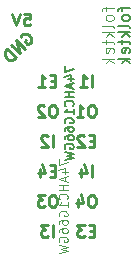
<source format=gbo>
G04 #@! TF.FileFunction,Legend,Bot*
%FSLAX46Y46*%
G04 Gerber Fmt 4.6, Leading zero omitted, Abs format (unit mm)*
G04 Created by KiCad (PCBNEW 4.0.4+e1-6308~48~ubuntu16.04.1-stable) date Thu Nov  3 23:05:53 2016*
%MOMM*%
%LPD*%
G01*
G04 APERTURE LIST*
%ADD10C,0.100000*%
%ADD11C,0.187500*%
%ADD12C,0.033000*%
%ADD13C,0.075000*%
%ADD14C,0.150000*%
%ADD15C,0.250000*%
%ADD16R,2.132000X2.132000*%
%ADD17O,2.132000X2.132000*%
%ADD18R,2.335200X2.335200*%
G04 APERTURE END LIST*
D10*
D11*
X237333286Y-87620571D02*
X237333286Y-88120571D01*
X238083286Y-87799142D01*
X237583286Y-88727714D02*
X238083286Y-88727714D01*
X237297571Y-88549143D02*
X237833286Y-88370571D01*
X237833286Y-88834857D01*
X237869000Y-89084857D02*
X237869000Y-89442000D01*
X238083286Y-89013429D02*
X237333286Y-89263429D01*
X238083286Y-89513429D01*
X238083286Y-89763428D02*
X237333286Y-89763428D01*
X237690429Y-89763428D02*
X237690429Y-90192000D01*
X238083286Y-90192000D02*
X237333286Y-90192000D01*
X238011857Y-90977714D02*
X238047571Y-90942000D01*
X238083286Y-90834857D01*
X238083286Y-90763428D01*
X238047571Y-90656285D01*
X237976143Y-90584857D01*
X237904714Y-90549142D01*
X237761857Y-90513428D01*
X237654714Y-90513428D01*
X237511857Y-90549142D01*
X237440429Y-90584857D01*
X237369000Y-90656285D01*
X237333286Y-90763428D01*
X237333286Y-90834857D01*
X237369000Y-90942000D01*
X237404714Y-90977714D01*
X238083286Y-91692000D02*
X238083286Y-91263428D01*
X238083286Y-91477714D02*
X237333286Y-91477714D01*
X237440429Y-91406285D01*
X237511857Y-91334857D01*
X237547571Y-91263428D01*
X237369000Y-92406286D02*
X237333286Y-92334857D01*
X237333286Y-92227714D01*
X237369000Y-92120571D01*
X237440429Y-92049143D01*
X237511857Y-92013428D01*
X237654714Y-91977714D01*
X237761857Y-91977714D01*
X237904714Y-92013428D01*
X237976143Y-92049143D01*
X238047571Y-92120571D01*
X238083286Y-92227714D01*
X238083286Y-92299143D01*
X238047571Y-92406286D01*
X238011857Y-92442000D01*
X237761857Y-92442000D01*
X237761857Y-92299143D01*
X237333286Y-93084857D02*
X237333286Y-92942000D01*
X237369000Y-92870571D01*
X237404714Y-92834857D01*
X237511857Y-92763428D01*
X237654714Y-92727714D01*
X237940429Y-92727714D01*
X238011857Y-92763428D01*
X238047571Y-92799143D01*
X238083286Y-92870571D01*
X238083286Y-93013428D01*
X238047571Y-93084857D01*
X238011857Y-93120571D01*
X237940429Y-93156286D01*
X237761857Y-93156286D01*
X237690429Y-93120571D01*
X237654714Y-93084857D01*
X237619000Y-93013428D01*
X237619000Y-92870571D01*
X237654714Y-92799143D01*
X237690429Y-92763428D01*
X237761857Y-92727714D01*
X237333286Y-93799143D02*
X237333286Y-93656286D01*
X237369000Y-93584857D01*
X237404714Y-93549143D01*
X237511857Y-93477714D01*
X237654714Y-93442000D01*
X237940429Y-93442000D01*
X238011857Y-93477714D01*
X238047571Y-93513429D01*
X238083286Y-93584857D01*
X238083286Y-93727714D01*
X238047571Y-93799143D01*
X238011857Y-93834857D01*
X237940429Y-93870572D01*
X237761857Y-93870572D01*
X237690429Y-93834857D01*
X237654714Y-93799143D01*
X237619000Y-93727714D01*
X237619000Y-93584857D01*
X237654714Y-93513429D01*
X237690429Y-93477714D01*
X237761857Y-93442000D01*
X237369000Y-94584858D02*
X237333286Y-94513429D01*
X237333286Y-94406286D01*
X237369000Y-94299143D01*
X237440429Y-94227715D01*
X237511857Y-94192000D01*
X237654714Y-94156286D01*
X237761857Y-94156286D01*
X237904714Y-94192000D01*
X237976143Y-94227715D01*
X238047571Y-94299143D01*
X238083286Y-94406286D01*
X238083286Y-94477715D01*
X238047571Y-94584858D01*
X238011857Y-94620572D01*
X237761857Y-94620572D01*
X237761857Y-94477715D01*
X237333286Y-94870572D02*
X238083286Y-95049143D01*
X237547571Y-95192000D01*
X238083286Y-95334858D01*
X237333286Y-95513429D01*
D12*
X236825286Y-95494571D02*
X236825286Y-95994571D01*
X237575286Y-95673142D01*
X237075286Y-96601714D02*
X237575286Y-96601714D01*
X236789571Y-96423143D02*
X237325286Y-96244571D01*
X237325286Y-96708857D01*
X237361000Y-96958857D02*
X237361000Y-97316000D01*
X237575286Y-96887429D02*
X236825286Y-97137429D01*
X237575286Y-97387429D01*
X237575286Y-97637428D02*
X236825286Y-97637428D01*
X237182429Y-97637428D02*
X237182429Y-98066000D01*
X237575286Y-98066000D02*
X236825286Y-98066000D01*
X237503857Y-98851714D02*
X237539571Y-98816000D01*
X237575286Y-98708857D01*
X237575286Y-98637428D01*
X237539571Y-98530285D01*
X237468143Y-98458857D01*
X237396714Y-98423142D01*
X237253857Y-98387428D01*
X237146714Y-98387428D01*
X237003857Y-98423142D01*
X236932429Y-98458857D01*
X236861000Y-98530285D01*
X236825286Y-98637428D01*
X236825286Y-98708857D01*
X236861000Y-98816000D01*
X236896714Y-98851714D01*
X237575286Y-99566000D02*
X237575286Y-99137428D01*
X237575286Y-99351714D02*
X236825286Y-99351714D01*
X236932429Y-99280285D01*
X237003857Y-99208857D01*
X237039571Y-99137428D01*
X236861000Y-100280286D02*
X236825286Y-100208857D01*
X236825286Y-100101714D01*
X236861000Y-99994571D01*
X236932429Y-99923143D01*
X237003857Y-99887428D01*
X237146714Y-99851714D01*
X237253857Y-99851714D01*
X237396714Y-99887428D01*
X237468143Y-99923143D01*
X237539571Y-99994571D01*
X237575286Y-100101714D01*
X237575286Y-100173143D01*
X237539571Y-100280286D01*
X237503857Y-100316000D01*
X237253857Y-100316000D01*
X237253857Y-100173143D01*
X236825286Y-100958857D02*
X236825286Y-100816000D01*
X236861000Y-100744571D01*
X236896714Y-100708857D01*
X237003857Y-100637428D01*
X237146714Y-100601714D01*
X237432429Y-100601714D01*
X237503857Y-100637428D01*
X237539571Y-100673143D01*
X237575286Y-100744571D01*
X237575286Y-100887428D01*
X237539571Y-100958857D01*
X237503857Y-100994571D01*
X237432429Y-101030286D01*
X237253857Y-101030286D01*
X237182429Y-100994571D01*
X237146714Y-100958857D01*
X237111000Y-100887428D01*
X237111000Y-100744571D01*
X237146714Y-100673143D01*
X237182429Y-100637428D01*
X237253857Y-100601714D01*
X236825286Y-101673143D02*
X236825286Y-101530286D01*
X236861000Y-101458857D01*
X236896714Y-101423143D01*
X237003857Y-101351714D01*
X237146714Y-101316000D01*
X237432429Y-101316000D01*
X237503857Y-101351714D01*
X237539571Y-101387429D01*
X237575286Y-101458857D01*
X237575286Y-101601714D01*
X237539571Y-101673143D01*
X237503857Y-101708857D01*
X237432429Y-101744572D01*
X237253857Y-101744572D01*
X237182429Y-101708857D01*
X237146714Y-101673143D01*
X237111000Y-101601714D01*
X237111000Y-101458857D01*
X237146714Y-101387429D01*
X237182429Y-101351714D01*
X237253857Y-101316000D01*
X236861000Y-102458858D02*
X236825286Y-102387429D01*
X236825286Y-102280286D01*
X236861000Y-102173143D01*
X236932429Y-102101715D01*
X237003857Y-102066000D01*
X237146714Y-102030286D01*
X237253857Y-102030286D01*
X237396714Y-102066000D01*
X237468143Y-102101715D01*
X237539571Y-102173143D01*
X237575286Y-102280286D01*
X237575286Y-102351715D01*
X237539571Y-102458858D01*
X237503857Y-102494572D01*
X237253857Y-102494572D01*
X237253857Y-102351715D01*
X236825286Y-102744572D02*
X237575286Y-102923143D01*
X237039571Y-103066000D01*
X237575286Y-103208858D01*
X236825286Y-103387429D01*
D13*
X240785714Y-82571428D02*
X240785714Y-82952380D01*
X241452381Y-82714285D02*
X240595238Y-82714285D01*
X240500000Y-82761904D01*
X240452381Y-82857142D01*
X240452381Y-82952380D01*
X241452381Y-83428571D02*
X241404762Y-83333333D01*
X241357143Y-83285714D01*
X241261905Y-83238095D01*
X240976190Y-83238095D01*
X240880952Y-83285714D01*
X240833333Y-83333333D01*
X240785714Y-83428571D01*
X240785714Y-83571429D01*
X240833333Y-83666667D01*
X240880952Y-83714286D01*
X240976190Y-83761905D01*
X241261905Y-83761905D01*
X241357143Y-83714286D01*
X241404762Y-83666667D01*
X241452381Y-83571429D01*
X241452381Y-83428571D01*
X241452381Y-84333333D02*
X241404762Y-84238095D01*
X241309524Y-84190476D01*
X240452381Y-84190476D01*
X241452381Y-84714286D02*
X240452381Y-84714286D01*
X241071429Y-84809524D02*
X241452381Y-85095239D01*
X240785714Y-85095239D02*
X241166667Y-84714286D01*
X240785714Y-85380953D02*
X240785714Y-85761905D01*
X240452381Y-85523810D02*
X241309524Y-85523810D01*
X241404762Y-85571429D01*
X241452381Y-85666667D01*
X241452381Y-85761905D01*
X241404762Y-86476192D02*
X241452381Y-86380954D01*
X241452381Y-86190477D01*
X241404762Y-86095239D01*
X241309524Y-86047620D01*
X240928571Y-86047620D01*
X240833333Y-86095239D01*
X240785714Y-86190477D01*
X240785714Y-86380954D01*
X240833333Y-86476192D01*
X240928571Y-86523811D01*
X241023810Y-86523811D01*
X241119048Y-86047620D01*
X241452381Y-86952382D02*
X240452381Y-86952382D01*
X241071429Y-87047620D02*
X241452381Y-87333335D01*
X240785714Y-87333335D02*
X241166667Y-86952382D01*
D14*
X242185714Y-82571428D02*
X242185714Y-82952380D01*
X242852381Y-82714285D02*
X241995238Y-82714285D01*
X241900000Y-82761904D01*
X241852381Y-82857142D01*
X241852381Y-82952380D01*
X242852381Y-83428571D02*
X242804762Y-83333333D01*
X242757143Y-83285714D01*
X242661905Y-83238095D01*
X242376190Y-83238095D01*
X242280952Y-83285714D01*
X242233333Y-83333333D01*
X242185714Y-83428571D01*
X242185714Y-83571429D01*
X242233333Y-83666667D01*
X242280952Y-83714286D01*
X242376190Y-83761905D01*
X242661905Y-83761905D01*
X242757143Y-83714286D01*
X242804762Y-83666667D01*
X242852381Y-83571429D01*
X242852381Y-83428571D01*
X242852381Y-84333333D02*
X242804762Y-84238095D01*
X242709524Y-84190476D01*
X241852381Y-84190476D01*
X242852381Y-84714286D02*
X241852381Y-84714286D01*
X242471429Y-84809524D02*
X242852381Y-85095239D01*
X242185714Y-85095239D02*
X242566667Y-84714286D01*
X242185714Y-85380953D02*
X242185714Y-85761905D01*
X241852381Y-85523810D02*
X242709524Y-85523810D01*
X242804762Y-85571429D01*
X242852381Y-85666667D01*
X242852381Y-85761905D01*
X242804762Y-86476192D02*
X242852381Y-86380954D01*
X242852381Y-86190477D01*
X242804762Y-86095239D01*
X242709524Y-86047620D01*
X242328571Y-86047620D01*
X242233333Y-86095239D01*
X242185714Y-86190477D01*
X242185714Y-86380954D01*
X242233333Y-86476192D01*
X242328571Y-86523811D01*
X242423810Y-86523811D01*
X242519048Y-86047620D01*
X242852381Y-86952382D02*
X241852381Y-86952382D01*
X242471429Y-87047620D02*
X242852381Y-87333335D01*
X242185714Y-87333335D02*
X242566667Y-86952382D01*
D15*
X236529476Y-88828571D02*
X236196142Y-88828571D01*
X236053285Y-89352381D02*
X236529476Y-89352381D01*
X236529476Y-88352381D01*
X236053285Y-88352381D01*
X235100904Y-89352381D02*
X235672333Y-89352381D01*
X235386619Y-89352381D02*
X235386619Y-88352381D01*
X235481857Y-88495238D01*
X235577095Y-88590476D01*
X235672333Y-88638095D01*
X239617190Y-96972381D02*
X239617190Y-95972381D01*
X238712428Y-96305714D02*
X238712428Y-96972381D01*
X238950524Y-95924762D02*
X239188619Y-96639048D01*
X238569571Y-96639048D01*
X239831476Y-93908571D02*
X239498142Y-93908571D01*
X239355285Y-94432381D02*
X239831476Y-94432381D01*
X239831476Y-93432381D01*
X239355285Y-93432381D01*
X238974333Y-93527619D02*
X238926714Y-93480000D01*
X238831476Y-93432381D01*
X238593380Y-93432381D01*
X238498142Y-93480000D01*
X238450523Y-93527619D01*
X238402904Y-93622857D01*
X238402904Y-93718095D01*
X238450523Y-93860952D01*
X239021952Y-94432381D01*
X238402904Y-94432381D01*
X239712429Y-90892381D02*
X239521952Y-90892381D01*
X239426714Y-90940000D01*
X239331476Y-91035238D01*
X239283857Y-91225714D01*
X239283857Y-91559048D01*
X239331476Y-91749524D01*
X239426714Y-91844762D01*
X239521952Y-91892381D01*
X239712429Y-91892381D01*
X239807667Y-91844762D01*
X239902905Y-91749524D01*
X239950524Y-91559048D01*
X239950524Y-91225714D01*
X239902905Y-91035238D01*
X239807667Y-90940000D01*
X239712429Y-90892381D01*
X238331476Y-91892381D02*
X238902905Y-91892381D01*
X238617191Y-91892381D02*
X238617191Y-90892381D01*
X238712429Y-91035238D01*
X238807667Y-91130476D01*
X238902905Y-91178095D01*
X239831476Y-101528571D02*
X239498142Y-101528571D01*
X239355285Y-102052381D02*
X239831476Y-102052381D01*
X239831476Y-101052381D01*
X239355285Y-101052381D01*
X239021952Y-101052381D02*
X238402904Y-101052381D01*
X238736238Y-101433333D01*
X238593380Y-101433333D01*
X238498142Y-101480952D01*
X238450523Y-101528571D01*
X238402904Y-101623810D01*
X238402904Y-101861905D01*
X238450523Y-101957143D01*
X238498142Y-102004762D01*
X238593380Y-102052381D01*
X238879095Y-102052381D01*
X238974333Y-102004762D01*
X239021952Y-101957143D01*
X239712429Y-98512381D02*
X239521952Y-98512381D01*
X239426714Y-98560000D01*
X239331476Y-98655238D01*
X239283857Y-98845714D01*
X239283857Y-99179048D01*
X239331476Y-99369524D01*
X239426714Y-99464762D01*
X239521952Y-99512381D01*
X239712429Y-99512381D01*
X239807667Y-99464762D01*
X239902905Y-99369524D01*
X239950524Y-99179048D01*
X239950524Y-98845714D01*
X239902905Y-98655238D01*
X239807667Y-98560000D01*
X239712429Y-98512381D01*
X238426714Y-98845714D02*
X238426714Y-99512381D01*
X238664810Y-98464762D02*
X238902905Y-99179048D01*
X238283857Y-99179048D01*
X236315190Y-102052381D02*
X236315190Y-101052381D01*
X235934238Y-101052381D02*
X235315190Y-101052381D01*
X235648524Y-101433333D01*
X235505666Y-101433333D01*
X235410428Y-101480952D01*
X235362809Y-101528571D01*
X235315190Y-101623810D01*
X235315190Y-101861905D01*
X235362809Y-101957143D01*
X235410428Y-102004762D01*
X235505666Y-102052381D01*
X235791381Y-102052381D01*
X235886619Y-102004762D01*
X235934238Y-101957143D01*
X236410429Y-98512381D02*
X236219952Y-98512381D01*
X236124714Y-98560000D01*
X236029476Y-98655238D01*
X235981857Y-98845714D01*
X235981857Y-99179048D01*
X236029476Y-99369524D01*
X236124714Y-99464762D01*
X236219952Y-99512381D01*
X236410429Y-99512381D01*
X236505667Y-99464762D01*
X236600905Y-99369524D01*
X236648524Y-99179048D01*
X236648524Y-98845714D01*
X236600905Y-98655238D01*
X236505667Y-98560000D01*
X236410429Y-98512381D01*
X235648524Y-98512381D02*
X235029476Y-98512381D01*
X235362810Y-98893333D01*
X235219952Y-98893333D01*
X235124714Y-98940952D01*
X235077095Y-98988571D01*
X235029476Y-99083810D01*
X235029476Y-99321905D01*
X235077095Y-99417143D01*
X235124714Y-99464762D01*
X235219952Y-99512381D01*
X235505667Y-99512381D01*
X235600905Y-99464762D01*
X235648524Y-99417143D01*
X236529476Y-96448571D02*
X236196142Y-96448571D01*
X236053285Y-96972381D02*
X236529476Y-96972381D01*
X236529476Y-95972381D01*
X236053285Y-95972381D01*
X235196142Y-96305714D02*
X235196142Y-96972381D01*
X235434238Y-95924762D02*
X235672333Y-96639048D01*
X235053285Y-96639048D01*
X236315190Y-94432381D02*
X236315190Y-93432381D01*
X235886619Y-93527619D02*
X235839000Y-93480000D01*
X235743762Y-93432381D01*
X235505666Y-93432381D01*
X235410428Y-93480000D01*
X235362809Y-93527619D01*
X235315190Y-93622857D01*
X235315190Y-93718095D01*
X235362809Y-93860952D01*
X235934238Y-94432381D01*
X235315190Y-94432381D01*
X236410429Y-90892381D02*
X236219952Y-90892381D01*
X236124714Y-90940000D01*
X236029476Y-91035238D01*
X235981857Y-91225714D01*
X235981857Y-91559048D01*
X236029476Y-91749524D01*
X236124714Y-91844762D01*
X236219952Y-91892381D01*
X236410429Y-91892381D01*
X236505667Y-91844762D01*
X236600905Y-91749524D01*
X236648524Y-91559048D01*
X236648524Y-91225714D01*
X236600905Y-91035238D01*
X236505667Y-90940000D01*
X236410429Y-90892381D01*
X235600905Y-90987619D02*
X235553286Y-90940000D01*
X235458048Y-90892381D01*
X235219952Y-90892381D01*
X235124714Y-90940000D01*
X235077095Y-90987619D01*
X235029476Y-91082857D01*
X235029476Y-91178095D01*
X235077095Y-91320952D01*
X235648524Y-91892381D01*
X235029476Y-91892381D01*
X239617190Y-89352381D02*
X239617190Y-88352381D01*
X238617190Y-89352381D02*
X239188619Y-89352381D01*
X238902905Y-89352381D02*
X238902905Y-88352381D01*
X238998143Y-88495238D01*
X239093381Y-88590476D01*
X239188619Y-88638095D01*
X233890476Y-83152381D02*
X234366667Y-83152381D01*
X234414286Y-83628571D01*
X234366667Y-83580952D01*
X234271429Y-83533333D01*
X234033333Y-83533333D01*
X233938095Y-83580952D01*
X233890476Y-83628571D01*
X233842857Y-83723810D01*
X233842857Y-83961905D01*
X233890476Y-84057143D01*
X233938095Y-84104762D01*
X234033333Y-84152381D01*
X234271429Y-84152381D01*
X234366667Y-84104762D01*
X234414286Y-84057143D01*
X233557143Y-83152381D02*
X233223810Y-84152381D01*
X232890476Y-83152381D01*
X233585194Y-85107699D02*
X233618866Y-85006684D01*
X233719881Y-84905669D01*
X233854569Y-84838325D01*
X233989255Y-84838325D01*
X234090271Y-84871996D01*
X234258629Y-84973012D01*
X234359645Y-85074027D01*
X234460660Y-85242386D01*
X234494332Y-85343401D01*
X234494332Y-85478088D01*
X234426988Y-85612776D01*
X234359644Y-85680119D01*
X234224957Y-85747462D01*
X234157614Y-85747462D01*
X233921912Y-85511760D01*
X234056599Y-85377074D01*
X233921912Y-86117851D02*
X233214805Y-85410745D01*
X233517851Y-86521913D01*
X232810744Y-85814806D01*
X233181133Y-86858630D02*
X232474027Y-86151523D01*
X232305668Y-86319882D01*
X232238324Y-86454569D01*
X232238324Y-86589256D01*
X232271996Y-86690271D01*
X232373011Y-86858630D01*
X232474027Y-86959646D01*
X232642385Y-87060661D01*
X232743400Y-87094333D01*
X232878087Y-87094333D01*
X233012775Y-87026988D01*
X233181133Y-86858630D01*
%LPC*%
D16*
X236220000Y-83820000D03*
D17*
X238760000Y-83820000D03*
D16*
X236220000Y-86360000D03*
D17*
X238760000Y-86360000D03*
D18*
X241300000Y-88900000D03*
X233680000Y-88900000D03*
X233680000Y-93980000D03*
X241300000Y-93980000D03*
X233680000Y-101600000D03*
X241300000Y-101600000D03*
X241300000Y-96520000D03*
X233680000Y-96520000D03*
X241300000Y-91440000D03*
X233680000Y-91440000D03*
X233680000Y-99060000D03*
X241300000Y-99060000D03*
M02*

</source>
